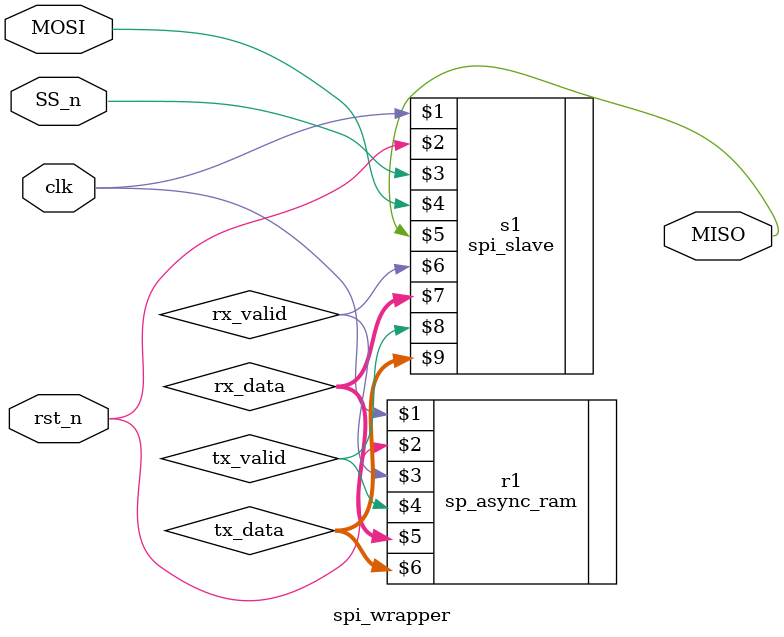
<source format=v>
module spi_wrapper(clk, rst_n, SS_n, MOSI, MISO);

input  clk, rst_n, SS_n, MOSI;
output MISO;

wire rx_valid, tx_valid;
wire [9:0]rx_data;
wire [7:0]tx_data;

sp_async_ram r1(clk, rst_n, rx_valid, tx_valid, rx_data, tx_data);
spi_slave s1(clk, rst_n, SS_n, MOSI, MISO, rx_valid, rx_data, tx_valid, tx_data);

endmodule
</source>
